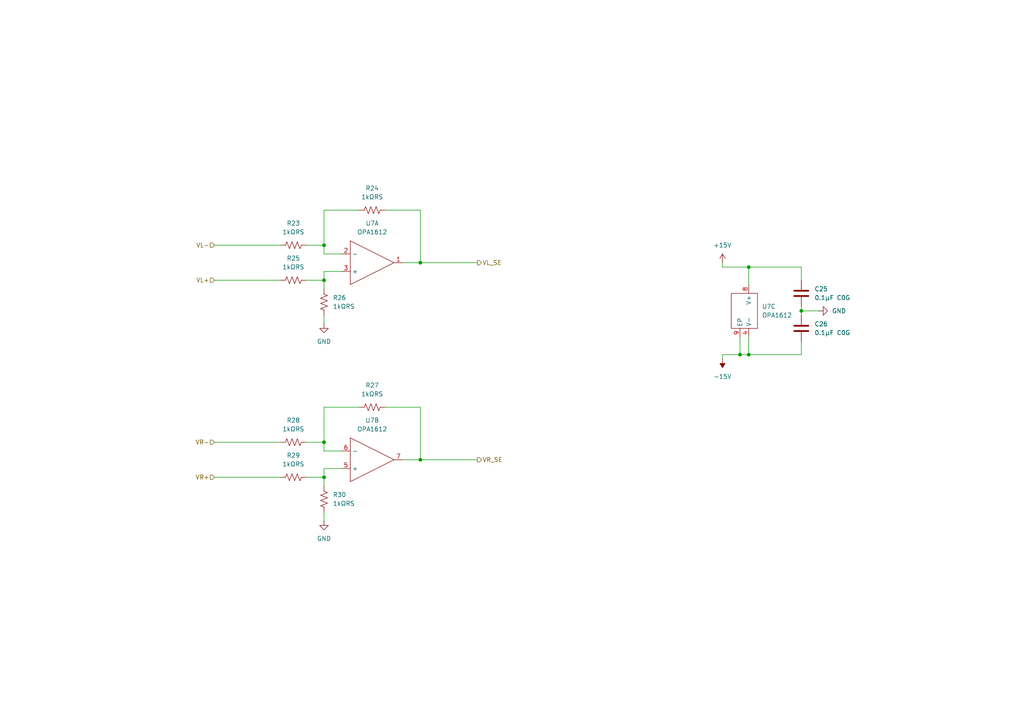
<source format=kicad_sch>
(kicad_sch (version 20231120) (generator "eeschema") (generator_version "8.0")
  (paper "A4")
  (lib_symbols
    (symbol "BW_Active:OPA1612"
      (property "Reference" "U" (at 2.794 5.588 0))
      (property "Value" "OPA1612" (at 2.794 3.302 0))
      (symbol "OPA1612_1_0"
        (pin output line (at 10.16 0 180) (length 2.54) (name "") (number "1"))
        (pin input line (at -7.62 2.54 0) (length 2.54) (name "-") (number "2"))
        (pin input line (at -7.62 -2.54 0) (length 2.54) (name "+") (number "3"))
      )
      (symbol "OPA1612_1_1"
        (polyline (pts (xy -5.08 6.35) (xy -5.08 -6.35) (xy 7.62 0) (xy -5.08 6.35)))
      )
      (symbol "OPA1612_2_0"
        (pin input line (at -7.62 -2.54 0) (length 2.54) (name "+") (number "5"))
        (pin input line (at -7.62 2.54 0) (length 2.54) (name "-") (number "6"))
        (pin output line (at 10.16 0 180) (length 2.54) (name "") (number "7"))
      )
      (symbol "OPA1612_2_1"
        (polyline (pts (xy -5.08 6.35) (xy -5.08 -6.35) (xy 7.62 0) (xy -5.08 6.35)))
      )
      (symbol "OPA1612_3_0"
        (pin power_in line (at 0 -7.62 90) (length 2.54) (name "V-") (number "4"))
        (pin power_in line (at 0 7.62 270) (length 2.54) (name "V+") (number "8"))
        (pin passive line (at -2.54 -7.62 90) (length 2.54) (name "EP") (number "9"))
      )
      (symbol "OPA1612_3_1"
        (rectangle (start -5.08 5.08) (end 2.54 -5.08))
      )
    )
    (symbol "Device:C" (pin_numbers hide) (pin_names (offset 0.254))
      (property "Reference" "C" (at 0.635 2.54 0))
      (property "Value" "C" (at 0.635 -2.54 0))
      (symbol "C_0_1"
        (polyline (pts (xy -2.032 -0.762) (xy 2.032 -0.762)) (stroke (width 0.508)))
        (polyline (pts (xy -2.032 0.762) (xy 2.032 0.762)) (stroke (width 0.508)))
      )
      (symbol "C_1_1"
        (pin passive line (at 0 3.81 270) (length 2.794) (name "~") (number "1"))
        (pin passive line (at 0 -3.81 90) (length 2.794) (name "~") (number "2"))
      )
    )
    (symbol "Device:R_US" (pin_numbers hide) (pin_names (offset 0))
      (property "Reference" "R" (at 2.54 0 90))
      (property "Value" "R_US" (at -2.54 0 90))
      (symbol "R_US_0_1"
        (polyline (pts (xy 0 -2.286) (xy 0 -2.54)))
        (polyline (pts (xy 0 2.286) (xy 0 2.54)))
        (polyline (pts (xy 0 -0.762) (xy 1.016 -1.143) (xy 0 -1.524) (xy -1.016 -1.905) (xy 0 -2.286)))
        (polyline (pts (xy 0 0.762) (xy 1.016 0.381) (xy 0 0) (xy -1.016 -0.381) (xy 0 -0.762)))
        (polyline (pts (xy 0 2.286) (xy 1.016 1.905) (xy 0 1.524) (xy -1.016 1.143) (xy 0 0.762)))
      )
      (symbol "R_US_1_1"
        (pin passive line (at 0 3.81 270) (length 1.27) (name "~") (number "1"))
        (pin passive line (at 0 -3.81 90) (length 1.27) (name "~") (number "2"))
      )
    )
    (symbol "power:+15V" (power) (pin_numbers hide) (pin_names (offset 0) hide)
      (property "Value" "+15V" (at 0 3.556 0))
      (symbol "+15V_0_1"
        (polyline (pts (xy -0.762 1.27) (xy 0 2.54)))
        (polyline (pts (xy 0 0) (xy 0 2.54)))
        (polyline (pts (xy 0 2.54) (xy 0.762 1.27)))
      )
      (symbol "+15V_1_1"
        (pin power_in line (at 0 0 90) (length 0) (name "~") (number "1"))
      )
    )
    (symbol "power:-15V" (power) (pin_numbers hide) (pin_names (offset 0) hide)
      (property "Value" "-15V" (at 0 3.556 0))
      (symbol "-15V_0_0"
        (pin power_in line (at 0 0 90) (length 0) (name "~") (number "1"))
      )
      (symbol "-15V_0_1"
        (polyline (pts (xy 0 0) (xy 0 1.27) (xy 0.762 1.27) (xy 0 2.54) (xy -0.762 1.27) (xy 0 1.27)) (fill (type outline)))
      )
    )
    (symbol "power:GND" (power) (pin_numbers hide) (pin_names (offset 0) hide)
      (property "Value" "GND" (at 0 -3.81 0))
      (symbol "GND_0_1"
        (polyline (pts (xy 0 0) (xy 0 -1.27) (xy 1.27 -1.27) (xy 0 -2.54) (xy -1.27 -1.27) (xy 0 -1.27)))
      )
      (symbol "GND_1_1"
        (pin power_in line (at 0 0 270) (length 0) (name "~") (number "1"))
      )
    )
  )
  (junction (at 232.41 90.17))
  (junction (at 121.92 76.2))
  (junction (at 214.63 102.87))
  (junction (at 93.98 138.43))
  (junction (at 217.17 102.87))
  (junction (at 93.98 128.27))
  (junction (at 217.17 77.47))
  (junction (at 93.98 71.12))
  (junction (at 121.92 133.35))
  (junction (at 93.98 81.28))
  (wire (pts (xy 99.06 73.66) (xy 93.98 73.66)))
  (wire (pts (xy 93.98 81.28) (xy 93.98 78.74)))
  (wire (pts (xy 209.55 77.47) (xy 209.55 76.2)))
  (wire (pts (xy 121.92 76.2) (xy 116.84 76.2)))
  (wire (pts (xy 62.23 138.43) (xy 81.28 138.43)))
  (wire (pts (xy 93.98 130.81) (xy 93.98 128.27)))
  (wire (pts (xy 93.98 135.89) (xy 99.06 135.89)))
  (wire (pts (xy 62.23 71.12) (xy 81.28 71.12)))
  (wire (pts (xy 214.63 97.79) (xy 214.63 102.87)))
  (wire (pts (xy 93.98 118.11) (xy 104.14 118.11)))
  (wire (pts (xy 209.55 77.47) (xy 217.17 77.47)))
  (wire (pts (xy 209.55 102.87) (xy 214.63 102.87)))
  (wire (pts (xy 111.76 60.96) (xy 121.92 60.96)))
  (wire (pts (xy 93.98 148.59) (xy 93.98 151.13)))
  (wire (pts (xy 99.06 130.81) (xy 93.98 130.81)))
  (wire (pts (xy 93.98 71.12) (xy 93.98 60.96)))
  (wire (pts (xy 62.23 81.28) (xy 81.28 81.28)))
  (wire (pts (xy 93.98 83.82) (xy 93.98 81.28)))
  (wire (pts (xy 93.98 91.44) (xy 93.98 93.98)))
  (wire (pts (xy 88.9 138.43) (xy 93.98 138.43)))
  (wire (pts (xy 232.41 90.17) (xy 232.41 91.44)))
  (wire (pts (xy 232.41 99.06) (xy 232.41 102.87)))
  (wire (pts (xy 93.98 60.96) (xy 104.14 60.96)))
  (wire (pts (xy 93.98 128.27) (xy 93.98 118.11)))
  (wire (pts (xy 62.23 128.27) (xy 81.28 128.27)))
  (wire (pts (xy 121.92 60.96) (xy 121.92 76.2)))
  (wire (pts (xy 217.17 97.79) (xy 217.17 102.87)))
  (wire (pts (xy 93.98 78.74) (xy 99.06 78.74)))
  (wire (pts (xy 111.76 118.11) (xy 121.92 118.11)))
  (wire (pts (xy 88.9 128.27) (xy 93.98 128.27)))
  (wire (pts (xy 88.9 81.28) (xy 93.98 81.28)))
  (wire (pts (xy 88.9 71.12) (xy 93.98 71.12)))
  (wire (pts (xy 214.63 102.87) (xy 217.17 102.87)))
  (wire (pts (xy 232.41 88.9) (xy 232.41 90.17)))
  (wire (pts (xy 121.92 118.11) (xy 121.92 133.35)))
  (wire (pts (xy 93.98 73.66) (xy 93.98 71.12)))
  (wire (pts (xy 121.92 76.2) (xy 138.43 76.2)))
  (wire (pts (xy 121.92 133.35) (xy 138.43 133.35)))
  (wire (pts (xy 232.41 77.47) (xy 232.41 81.28)))
  (wire (pts (xy 217.17 77.47) (xy 217.17 82.55)))
  (wire (pts (xy 209.55 104.14) (xy 209.55 102.87)))
  (wire (pts (xy 93.98 140.97) (xy 93.98 138.43)))
  (wire (pts (xy 217.17 102.87) (xy 232.41 102.87)))
  (wire (pts (xy 93.98 138.43) (xy 93.98 135.89)))
  (wire (pts (xy 232.41 90.17) (xy 237.49 90.17)))
  (wire (pts (xy 121.92 133.35) (xy 116.84 133.35)))
  (wire (pts (xy 217.17 77.47) (xy 232.41 77.47)))
  (hierarchical_label "VR_SE" (shape output) (at 138.43 133.35 0))
  (hierarchical_label "VL-" (shape input) (at 62.23 71.12 180))
  (hierarchical_label "VL+" (shape input) (at 62.23 81.28 180))
  (hierarchical_label "VL_SE" (shape output) (at 138.43 76.2 0))
  (hierarchical_label "VR-" (shape input) (at 62.23 128.27 180))
  (hierarchical_label "VR+" (shape input) (at 62.23 138.43 180))
  (symbol (lib_id "power:+15V") (at 209.55 76.2 0) (unit 1)
    (property "Reference" "#PWR020" (effects (hide yes)))
    (property "Value" "+15V" (at 209.55 71.12 0))
    (property "Description" "Power symbol creates a global label with name \"+15V\"" (effects (hide yes)))
  )
  (symbol (lib_id "power:-15V") (at 209.55 104.14 180) (unit 1)
    (property "Reference" "#PWR021" (effects (hide yes)))
    (property "Value" "-15V" (at 209.55 109.22 0))
    (property "Description" "Power symbol creates a global label with name \"-15V\"" (effects (hide yes)))
  )
  (symbol (lib_id "Device:R_US") (at 85.09 138.43 270) (unit 1)
    (property "Reference" "R29" (at 85.09 132.08 90))
    (property "Value" "1kΩRS" (at 85.09 134.62 90))
    (property "Description" "Resistor, US symbol" (effects (hide yes)))
  )
  (symbol (lib_id "Device:R_US") (at 93.98 144.78 0) (unit 1)
    (property "Reference" "R30" (at 96.52 143.5099 0) (effects (justify left)))
    (property "Value" "1kΩRS" (at 96.52 146.0499 0) (effects (justify left)))
    (property "Description" "Resistor, US symbol" (effects (hide yes)))
  )
  (symbol (lib_id "Device:R_US") (at 107.95 118.11 270) (unit 1)
    (property "Reference" "R27" (at 107.95 111.76 90))
    (property "Value" "1kΩRS" (at 107.95 114.3 90))
    (property "Description" "Resistor, US symbol" (effects (hide yes)))
  )
  (symbol (lib_id "power:GND") (at 93.98 151.13 0) (unit 1)
    (property "Reference" "#PWR019" (effects (hide yes)))
    (property "Value" "GND" (at 93.98 156.21 0))
    (property "Description" "Power symbol creates a global label with name \"GND\" , ground" (effects (hide yes)))
  )
  (symbol (lib_id "power:GND") (at 93.98 93.98 0) (unit 1)
    (property "Reference" "#PWR018" (effects (hide yes)))
    (property "Value" "GND" (at 93.98 99.06 0))
    (property "Description" "Power symbol creates a global label with name \"GND\" , ground" (effects (hide yes)))
  )
  (symbol (lib_id "Device:R_US") (at 107.95 60.96 270) (unit 1)
    (property "Reference" "R24" (at 107.95 54.61 90))
    (property "Value" "1kΩRS" (at 107.95 57.15 90))
    (property "Description" "Resistor, US symbol" (effects (hide yes)))
  )
  (symbol (lib_id "Device:R_US") (at 93.98 87.63 0) (unit 1)
    (property "Reference" "R26" (at 96.52 86.3599 0) (effects (justify left)))
    (property "Value" "1kΩRS" (at 96.52 88.8999 0) (effects (justify left)))
    (property "Description" "Resistor, US symbol" (effects (hide yes)))
  )
  (symbol (lib_id "BW_Active:OPA1612") (at 106.68 133.35 0) (unit 2)
    (property "Reference" "U7" (at 107.95 121.92 0))
    (property "Value" "OPA1612" (at 107.95 124.46 0))
    (property "Datasheet" "https://www.ti.com/lit/ds/symlink/opa1612.pdf" (effects (hide yes)))
    (property "Description" "High-performance Dual Audio OpAmp" (effects (hide yes)))
  )
  (symbol (lib_id "Device:R_US") (at 85.09 71.12 270) (unit 1)
    (property "Reference" "R23" (at 85.09 64.77 90))
    (property "Value" "1kΩRS" (at 85.09 67.31 90))
    (property "Description" "Resistor, US symbol" (effects (hide yes)))
  )
  (symbol (lib_id "power:GND") (at 237.49 90.17 90) (unit 1)
    (property "Reference" "#PWR017" (effects (hide yes)))
    (property "Value" "GND" (at 241.3 90.1699 90) (effects (justify right)))
    (property "Description" "Power symbol creates a global label with name \"GND\" , ground" (effects (hide yes)))
  )
  (symbol (lib_id "Device:R_US") (at 85.09 81.28 270) (unit 1)
    (property "Reference" "R25" (at 85.09 74.93 90))
    (property "Value" "1kΩRS" (at 85.09 77.47 90))
    (property "Description" "Resistor, US symbol" (effects (hide yes)))
  )
  (symbol (lib_id "Device:R_US") (at 85.09 128.27 270) (unit 1)
    (property "Reference" "R28" (at 85.09 121.92 90))
    (property "Value" "1kΩRS" (at 85.09 124.46 90))
    (property "Description" "Resistor, US symbol" (effects (hide yes)))
  )
  (symbol (lib_id "BW_Active:OPA1612") (at 217.17 90.17 0) (unit 3)
    (property "Reference" "U7" (at 220.98 88.8999 0) (effects (justify left)))
    (property "Value" "OPA1612" (at 220.98 91.4399 0) (effects (justify left)))
    (property "Datasheet" "https://www.ti.com/lit/ds/symlink/opa1612.pdf" (effects (hide yes)))
    (property "Description" "High-performance Dual Audio OpAmp" (effects (hide yes)))
  )
  (symbol (lib_id "Device:C") (at 232.41 85.09 180) (unit 1)
    (property "Reference" "C25" (at 236.22 83.8199 0) (effects (justify right)))
    (property "Value" "0.1µF C0G" (at 236.22 86.3599 0) (effects (justify right)))
    (property "Description" "Unpolarized capacitor" (effects (hide yes)))
  )
  (symbol (lib_id "BW_Active:OPA1612") (at 106.68 76.2 0) (unit 1)
    (property "Reference" "U7" (at 107.95 64.77 0))
    (property "Value" "OPA1612" (at 107.95 67.31 0))
    (property "Datasheet" "https://www.ti.com/lit/ds/symlink/opa1612.pdf" (effects (hide yes)))
    (property "Description" "High-performance Dual Audio OpAmp" (effects (hide yes)))
  )
  (symbol (lib_id "Device:C") (at 232.41 95.25 180) (unit 1)
    (property "Reference" "C26" (at 236.22 93.9799 0) (effects (justify right)))
    (property "Value" "0.1µF C0G" (at 236.22 96.5199 0) (effects (justify right)))
    (property "Description" "Unpolarized capacitor" (effects (hide yes)))
  )
)
</source>
